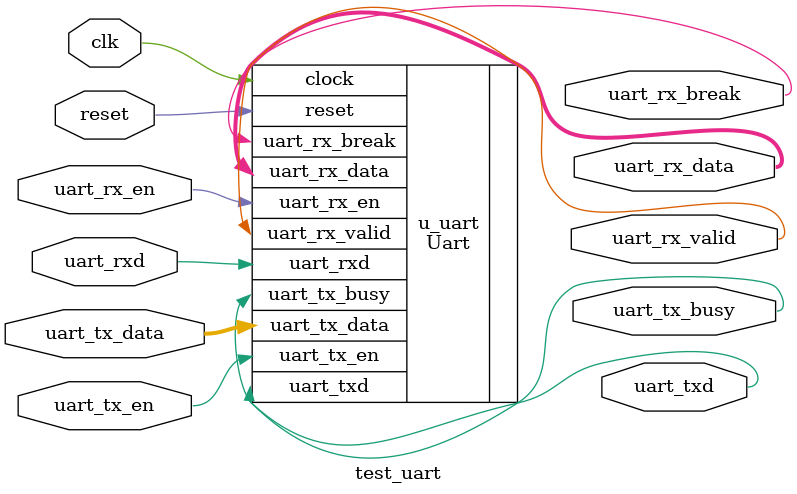
<source format=v>

`timescale 1ns/1ps

module test_uart (
    input  wire       clk,
    input  wire       reset,

    // TX interface
    output wire       uart_txd,
    output wire       uart_tx_busy,
    input  wire       uart_tx_en,
    input  wire [7:0] uart_tx_data,

    // RX interface
    input  wire       uart_rxd,
    input  wire       uart_rx_en,
    output wire       uart_rx_break,
    output wire       uart_rx_valid,
    output wire [7:0] uart_rx_data
);

// Instantiate the zaozi-generated UART module
Uart u_uart (
    .clock        (clk),
    .reset        (reset),
    .uart_txd     (uart_txd),
    .uart_tx_busy (uart_tx_busy),
    .uart_tx_en   (uart_tx_en),
    .uart_tx_data (uart_tx_data),
    .uart_rxd     (uart_rxd),
    .uart_rx_en   (uart_rx_en),
    .uart_rx_break(uart_rx_break),
    .uart_rx_valid(uart_rx_valid),
    .uart_rx_data (uart_rx_data)
);

endmodule

</source>
